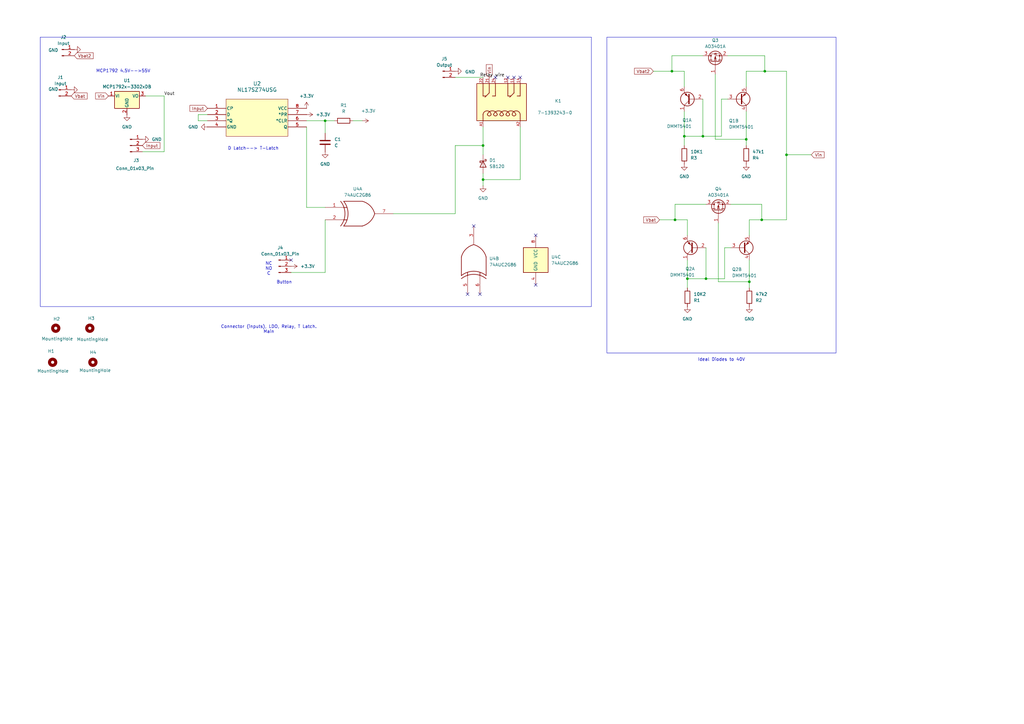
<source format=kicad_sch>
(kicad_sch (version 20250114) (generator "eeschema") (generator_version "9.0")
  (paper "A3")
  (lib_symbols
    (symbol "2025-10-11_21-54-39:NL17SZ74USG" (pin_names (offset 0.254))
      (property "Reference" "U2" (at 20.32 10.16 0))
      (property "Value" "NL17SZ74USG" (at 20.32 7.62 0))
      (symbol "NL17SZ74USG_0_1"
        (pin unspecified line (at 0 0 0) (length 7.62) (name "CP") (number "1"))
        (pin unspecified line (at 0 -2.54 0) (length 7.62) (name "D") (number "2"))
        (pin unspecified line (at 0 -5.08 0) (length 7.62) (name "*Q") (number "3"))
        (pin power_in line (at 0 -7.62 0) (length 7.62) (name "GND") (number "4"))
        (pin power_in line (at 40.64 0 180) (length 7.62) (name "VCC") (number "8"))
        (pin unspecified line (at 40.64 -2.54 180) (length 7.62) (name "*PR") (number "7"))
        (pin unspecified line (at 40.64 -5.08 180) (length 7.62) (name "*CLR") (number "6"))
        (pin unspecified line (at 40.64 -7.62 180) (length 7.62) (name "Q") (number "5"))
      )
      (symbol "NL17SZ74USG_1_1"
        (rectangle (start 7.62 3.81) (end 33.02 -11.43) (fill (type background)))
      )
    )
    (symbol "74xGxx:74AUC2G86"
      (property "Reference" "U" (at -2.54 3.81 0))
      (property "Value" "74AUC2G86" (at 0 -3.81 0))
      (symbol "74AUC2G86_1_1"
        (arc (start -8.89 5.08) (mid -7.108 0) (end -8.89 -5.08) (stroke (width 0.254)))
        (arc (start -7.62 5.08) (mid -5.838 0) (end -7.62 -5.08) (stroke (width 0.254)))
        (polyline (pts (xy -7.62 2.54) (xy -6.35 2.54)) (stroke (width 0.254)) (fill (type background)))
        (polyline (pts (xy -7.62 -2.54) (xy -6.35 -2.54)) (stroke (width 0.254)) (fill (type background)))
        (arc (start 5.08 0) (mid 3.202 -3.202) (end 0 -5.08) (stroke (width 0.254)))
        (arc (start 0 5.08) (mid 3.2271 3.2271) (end 5.08 0) (stroke (width 0.254)))
        (polyline (pts (xy 0 5.08) (xy -7.62 5.08)) (stroke (width 0.254)) (fill (type background)))
        (polyline (pts (xy 0 -5.08) (xy -7.62 -5.08)) (stroke (width 0.254)) (fill (type background)))
        (pin input line (at -15.24 2.54 0) (length 7.62) (name "~") (number "1"))
        (pin input line (at -15.24 -2.54 0) (length 7.62) (name "~") (number "2"))
        (pin output line (at 12.7 0 180) (length 7.62) (name "~") (number "7"))
      )
      (symbol "74AUC2G86_2_1"
        (arc (start -8.89 5.08) (mid -7.108 0) (end -8.89 -5.08) (stroke (width 0.254)))
        (arc (start -7.62 5.08) (mid -5.838 0) (end -7.62 -5.08) (stroke (width 0.254)))
        (polyline (pts (xy -7.62 2.54) (xy -6.35 2.54)) (stroke (width 0.254)) (fill (type background)))
        (polyline (pts (xy -7.62 -2.54) (xy -6.35 -2.54)) (stroke (width 0.254)) (fill (type background)))
        (arc (start 5.08 0) (mid 3.202 -3.202) (end 0 -5.08) (stroke (width 0.254)))
        (arc (start 0 5.08) (mid 3.2271 3.2271) (end 5.08 0) (stroke (width 0.254)))
        (polyline (pts (xy 0 5.08) (xy -7.62 5.08)) (stroke (width 0.254)) (fill (type background)))
        (polyline (pts (xy 0 -5.08) (xy -7.62 -5.08)) (stroke (width 0.254)) (fill (type background)))
        (pin input line (at -15.24 2.54 0) (length 7.62) (name "~") (number "5"))
        (pin input line (at -15.24 -2.54 0) (length 7.62) (name "~") (number "6"))
        (pin output line (at 12.7 0 180) (length 7.62) (name "~") (number "3"))
      )
      (symbol "74AUC2G86_3_0"
        (rectangle (start -5.08 -5.08) (end 5.08 5.08) (stroke (width 0.254)) (fill (type background)))
      )
      (symbol "74AUC2G86_3_1"
        (pin power_in line (at 0 10.16 270) (length 5.08) (name "VCC") (number "8"))
        (pin power_in line (at 0 -10.16 90) (length 5.08) (name "GND") (number "4"))
      )
    )
    (symbol "Connector:Conn_01x02_Pin" (pin_names (offset 1.016) (hide yes))
      (property "Reference" "J" (at 0 2.54 0))
      (property "Value" "Conn_01x02_Pin" (at 0 -5.08 0))
      (symbol "Conn_01x02_Pin_1_1"
        (rectangle (start 0.8636 0.127) (end 0 -0.127) (stroke (width 0.1524)) (fill (type outline)))
        (rectangle (start 0.8636 -2.413) (end 0 -2.667) (stroke (width 0.1524)) (fill (type outline)))
        (polyline (pts (xy 1.27 0) (xy 0.8636 0)) (stroke (width 0.1524)))
        (polyline (pts (xy 1.27 -2.54) (xy 0.8636 -2.54)) (stroke (width 0.1524)))
        (pin passive line (at 5.08 0 180) (length 3.81) (name "Pin_1") (number "1"))
        (pin passive line (at 5.08 -2.54 180) (length 3.81) (name "Pin_2") (number "2"))
      )
    )
    (symbol "Connector:Conn_01x03_Pin" (pin_names (offset 1.016) (hide yes))
      (property "Reference" "J" (at 0 5.08 0))
      (property "Value" "Conn_01x03_Pin" (at 0 -5.08 0))
      (symbol "Conn_01x03_Pin_1_1"
        (rectangle (start 0.8636 2.667) (end 0 2.413) (stroke (width 0.1524)) (fill (type outline)))
        (rectangle (start 0.8636 0.127) (end 0 -0.127) (stroke (width 0.1524)) (fill (type outline)))
        (rectangle (start 0.8636 -2.413) (end 0 -2.667) (stroke (width 0.1524)) (fill (type outline)))
        (polyline (pts (xy 1.27 2.54) (xy 0.8636 2.54)) (stroke (width 0.1524)))
        (polyline (pts (xy 1.27 0) (xy 0.8636 0)) (stroke (width 0.1524)))
        (polyline (pts (xy 1.27 -2.54) (xy 0.8636 -2.54)) (stroke (width 0.1524)))
        (pin passive line (at 5.08 2.54 180) (length 3.81) (name "Pin_1") (number "1"))
        (pin passive line (at 5.08 0 180) (length 3.81) (name "Pin_2") (number "2"))
        (pin passive line (at 5.08 -2.54 180) (length 3.81) (name "Pin_3") (number "3"))
      )
    )
    (symbol "Device:C" (pin_numbers (hide yes)) (pin_names (offset 0.254))
      (property "Reference" "C" (at 0.635 2.54 0))
      (property "Value" "C" (at 0.635 -2.54 0))
      (symbol "C_0_1"
        (polyline (pts (xy -2.032 0.762) (xy 2.032 0.762)) (stroke (width 0.508)))
        (polyline (pts (xy -2.032 -0.762) (xy 2.032 -0.762)) (stroke (width 0.508)))
      )
      (symbol "C_1_1"
        (pin passive line (at 0 3.81 270) (length 2.794) (name "~") (number "1"))
        (pin passive line (at 0 -3.81 90) (length 2.794) (name "~") (number "2"))
      )
    )
    (symbol "Device:R" (pin_numbers (hide yes)) (pin_names (offset 0))
      (property "Reference" "R" (at 2.032 0 90))
      (property "Value" "R" (at 0 0 90))
      (symbol "R_0_1"
        (rectangle (start -1.016 -2.54) (end 1.016 2.54) (stroke (width 0.254)))
      )
      (symbol "R_1_1"
        (pin passive line (at 0 3.81 270) (length 1.27) (name "~") (number "1"))
        (pin passive line (at 0 -3.81 90) (length 1.27) (name "~") (number "2"))
      )
    )
    (symbol "Diode:SB120" (pin_numbers (hide yes)) (pin_names (offset 1.016) (hide yes))
      (property "Reference" "D" (at 0 2.54 0))
      (property "Value" "SB120" (at 0 -2.54 0))
      (symbol "SB120_0_1"
        (polyline (pts (xy -1.905 0.635) (xy -1.905 1.27) (xy -1.27 1.27) (xy -1.27 -1.27) (xy -0.635 -1.27) (xy -0.635 -0.635)) (stroke (width 0.254)))
        (polyline (pts (xy 1.27 1.27) (xy 1.27 -1.27) (xy -1.27 0) (xy 1.27 1.27)) (stroke (width 0.254)))
        (polyline (pts (xy 1.27 0) (xy -1.27 0)))
      )
      (symbol "SB120_1_1"
        (pin passive line (at -3.81 0 0) (length 2.54) (name "K") (number "1"))
        (pin passive line (at 3.81 0 180) (length 2.54) (name "A") (number "2"))
      )
    )
    (symbol "Mechanical:MountingHole" (pin_names (offset 1.016)) (exclude_from_sim yes) (in_bom no)
      (property "Reference" "H" (at 0 5.08 0))
      (property "Value" "MountingHole" (at 0 3.175 0))
      (symbol "MountingHole_0_1"
        (circle (center 0 0) (radius 1.27) (stroke (width 1.27)))
      )
    )
    (symbol "RT424048:7-1393243-0" (pin_names (offset 1.016))
      (property "Reference" "K" (at -7.6267 10.6774 0))
      (property "Value" "7-1393243-0" (at -7.6215 -12.7025 0))
      (symbol "7-1393243-0_0_0"
        (polyline (pts (xy -7.62 7.62) (xy -5.08 7.62)) (stroke (width 0.254)))
        (polyline (pts (xy -7.62 -7.62) (xy -5.08 -7.62)) (stroke (width 0.254)))
        (rectangle (start -7.62 -10.16) (end 7.62 10.16) (stroke (width 0.254)) (fill (type background)))
        (arc (start -5.08 3.302) (mid -3.556 1.27) (end -5.08 -0.762) (stroke (width 0.254)))
        (arc (start -5.08 -1.778) (mid -3.556 -3.81) (end -5.08 -5.842) (stroke (width 0.254)))
        (arc (start -5.08 5.842) (mid -3.5407 3.81) (end -5.08 1.778) (stroke (width 0.254)))
        (arc (start -5.08 0.762) (mid -3.5407 -1.27) (end -5.08 -3.302) (stroke (width 0.254)))
        (arc (start -5.08 7.62) (mid -3.5511 5.969) (end -5.08 4.318) (stroke (width 0.254)))
        (arc (start -5.08 -4.318) (mid -3.5511 -5.969) (end -5.08 -7.62) (stroke (width 0.254)))
        (arc (start -5.08 4.318) (mid -5.6515 5.08) (end -5.08 5.842) (stroke (width 0.254)))
        (arc (start -5.08 1.778) (mid -5.6515 2.54) (end -5.08 3.302) (stroke (width 0.254)))
        (arc (start -5.08 -0.762) (mid -5.6515 0) (end -5.08 0.762) (stroke (width 0.254)))
        (arc (start -5.08 -3.302) (mid -5.6515 -2.54) (end -5.08 -1.778) (stroke (width 0.254)))
        (arc (start -5.08 -5.842) (mid -5.6515 -5.08) (end -5.08 -4.318) (stroke (width 0.254)))
        (polyline (pts (xy 2.54 7.62) (xy 2.54 6.35)) (stroke (width 0.254)))
        (polyline (pts (xy 2.54 2.54) (xy 2.54 3.81)) (stroke (width 0.254)))
        (polyline (pts (xy 2.54 -2.54) (xy 2.54 -3.81)) (stroke (width 0.254)))
        (polyline (pts (xy 2.54 -7.62) (xy 2.54 -6.35)) (stroke (width 0.254)))
        (polyline (pts (xy 3.81 5.08) (xy 2.032 6.858)) (stroke (width 0.254)))
        (polyline (pts (xy 3.81 -5.08) (xy 2.032 -3.302)) (stroke (width 0.254)))
        (polyline (pts (xy 7.62 7.62) (xy 2.54 7.62)) (stroke (width 0.254)))
        (polyline (pts (xy 7.62 5.08) (xy 3.81 5.08)) (stroke (width 0.254)))
        (polyline (pts (xy 7.62 2.54) (xy 2.54 2.54)) (stroke (width 0.254)))
        (polyline (pts (xy 7.62 -2.54) (xy 2.54 -2.54)) (stroke (width 0.254)))
        (polyline (pts (xy 7.62 -5.08) (xy 3.81 -5.08)) (stroke (width 0.254)))
        (polyline (pts (xy 7.62 -7.62) (xy 2.54 -7.62)) (stroke (width 0.254)))
        (pin passive line (at -10.16 7.62 0) (length 2.54) (name "~") (number "A1"))
        (pin passive line (at -10.16 -7.62 0) (length 2.54) (name "~") (number "A2"))
        (pin passive line (at 10.16 7.62 180) (length 2.54) (name "~") (number "22"))
        (pin passive line (at 10.16 5.08 180) (length 2.54) (name "~") (number "21"))
        (pin passive line (at 10.16 2.54 180) (length 2.54) (name "~") (number "24"))
        (pin passive line (at 10.16 -2.54 180) (length 2.54) (name "~") (number "12"))
        (pin passive line (at 10.16 -5.08 180) (length 2.54) (name "~") (number "11"))
        (pin passive line (at 10.16 -7.62 180) (length 2.54) (name "~") (number "14"))
      )
    )
    (symbol "Regulator_Linear:MCP1792x-3302xDB" (pin_names (offset 0.254))
      (property "Reference" "U" (at -3.81 3.175 0))
      (property "Value" "MCP1792x-3302xDB" (at 0 3.175 0))
      (symbol "MCP1792x-3302xDB_0_1"
        (rectangle (start -5.08 -5.08) (end 5.08 1.905) (stroke (width 0.254)) (fill (type background)))
      )
      (symbol "MCP1792x-3302xDB_1_1"
        (pin power_in line (at -7.62 0 0) (length 2.54) (name "VI") (number "1"))
        (pin power_in line (at 0 -7.62 90) (length 2.54) (name "GND") (number "2"))
        (pin power_out line (at 7.62 0 180) (length 2.54) (name "VO") (number "3"))
      )
    )
    (symbol "Transistor_BJT:DMMT5401" (pin_names (offset 0) (hide yes))
      (property "Reference" "Q" (at 5.08 1.27 0))
      (property "Value" "DMMT5401" (at 5.08 -1.27 0))
      (symbol "DMMT5401_0_1"
        (polyline (pts (xy 0.635 1.905) (xy 0.635 -1.905)) (stroke (width 0.508)))
        (polyline (pts (xy 0.635 0.635) (xy 2.54 2.54)))
        (polyline (pts (xy 0.635 0) (xy -2.54 0)))
        (polyline (pts (xy 0.635 -0.635) (xy 2.54 -2.54)))
        (circle (center 1.27 0) (radius 2.8194) (stroke (width 0.254)))
        (polyline (pts (xy 2.286 -1.778) (xy 1.778 -2.286) (xy 1.27 -1.27) (xy 2.286 -1.778)) (fill (type outline)))
      )
      (symbol "DMMT5401_1_1"
        (pin input line (at -5.08 0 0) (length 2.54) (name "B1") (number "2"))
        (pin passive line (at 2.54 5.08 270) (length 2.54) (name "C1") (number "1"))
        (pin passive line (at 2.54 -5.08 90) (length 2.54) (name "E1") (number "6"))
      )
      (symbol "DMMT5401_2_1"
        (pin input line (at -5.08 0 0) (length 2.54) (name "B2") (number "3"))
        (pin passive line (at 2.54 5.08 270) (length 2.54) (name "C2") (number "4"))
        (pin passive line (at 2.54 -5.08 90) (length 2.54) (name "E2") (number "5"))
      )
    )
    (symbol "Transistor_FET:AO3401A" (pin_names (hide yes))
      (property "Reference" "Q" (at 5.08 1.905 0))
      (property "Value" "AO3401A" (at 5.08 0 0))
      (symbol "AO3401A_0_1"
        (polyline (pts (xy 0.254 1.905) (xy 0.254 -1.905)) (stroke (width 0.254)))
        (polyline (pts (xy 0.254 0) (xy -2.54 0)))
        (polyline (pts (xy 0.762 2.286) (xy 0.762 1.27)) (stroke (width 0.254)))
        (polyline (pts (xy 0.762 1.778) (xy 3.302 1.778) (xy 3.302 -1.778) (xy 0.762 -1.778)))
        (polyline (pts (xy 0.762 0.508) (xy 0.762 -0.508)) (stroke (width 0.254)))
        (polyline (pts (xy 0.762 -1.27) (xy 0.762 -2.286)) (stroke (width 0.254)))
        (circle (center 1.651 0) (radius 2.794) (stroke (width 0.254)))
        (polyline (pts (xy 2.286 0) (xy 1.27 0.381) (xy 1.27 -0.381) (xy 2.286 0)) (fill (type outline)))
        (polyline (pts (xy 2.54 2.54) (xy 2.54 1.778)))
        (circle (center 2.54 1.778) (radius 0.254) (fill (type outline)))
        (circle (center 2.54 -1.778) (radius 0.254) (fill (type outline)))
        (polyline (pts (xy 2.54 -2.54) (xy 2.54 0) (xy 0.762 0)))
        (polyline (pts (xy 2.794 -0.508) (xy 2.921 -0.381) (xy 3.683 -0.381) (xy 3.81 -0.254)))
        (polyline (pts (xy 3.302 -0.381) (xy 2.921 0.254) (xy 3.683 0.254) (xy 3.302 -0.381)))
      )
      (symbol "AO3401A_1_1"
        (pin input line (at -5.08 0 0) (length 2.54) (name "G") (number "1"))
        (pin passive line (at 2.54 5.08 270) (length 2.54) (name "D") (number "3"))
        (pin passive line (at 2.54 -5.08 90) (length 2.54) (name "S") (number "2"))
      )
    )
    (symbol "power:+3.3V" (power) (pin_numbers (hide yes)) (pin_names (offset 0) (hide yes))
      (property "Value" "+3.3V" (at 0 3.556 0))
      (symbol "+3.3V_0_1"
        (polyline (pts (xy -0.762 1.27) (xy 0 2.54)))
        (polyline (pts (xy 0 2.54) (xy 0.762 1.27)))
        (polyline (pts (xy 0 0) (xy 0 2.54)))
      )
      (symbol "+3.3V_1_1"
        (pin power_in line (at 0 0 90) (length 0) (name "~") (number "1"))
      )
    )
    (symbol "power:GND" (power) (pin_numbers (hide yes)) (pin_names (offset 0) (hide yes))
      (property "Value" "GND" (at 0 -3.81 0))
      (symbol "GND_0_1"
        (polyline (pts (xy 0 0) (xy 0 -1.27) (xy 1.27 -1.27) (xy 0 -2.54) (xy -1.27 -1.27) (xy 0 -1.27)))
      )
      (symbol "GND_1_1"
        (pin power_in line (at 0 0 270) (length 0) (name "~") (number "1"))
      )
    )
  )
  (rectangle (start 16.51 15.24) (end 242.57 125.73))
  (rectangle (start 248.92 15.24) (end 342.9 144.78))
  (text "\nD Latch--> T-Latch" (at 103.886 59.944 0) (effects (font (size 1.27 1.27))))
  (text "Button" (at 116.586 115.824 0) (effects (font (size 1.27 1.27))))
  (text "Ideal Diodes to 40V\n" (at 295.91 147.574 0) (effects (font (size 1.27 1.27))))
  (text "NC\nNO\nC" (at 110.236 110.236 0) (effects (font (size 1.27 1.27))))
  (text "Connector (inputs), LDO, Relay, T Latch. \nMain \n" (at 110.744 135.128 0) (effects (font (size 1.27 1.27))))
  (text "MCP1792 4.5V-->55V" (at 50.546 29.21 0) (effects (font (size 1.27 1.27))))
  (junction (at 198.12 59.69))
  (junction (at 312.42 90.17))
  (junction (at 289.56 114.3))
  (junction (at 281.94 114.3))
  (junction (at 307.34 115.57))
  (junction (at 288.29 55.88))
  (junction (at 133.35 49.53))
  (junction (at 275.59 29.21))
  (junction (at 280.67 55.88))
  (junction (at 276.86 90.17))
  (junction (at 322.58 63.5))
  (junction (at 306.07 57.15))
  (junction (at 313.69 29.21))
  (junction (at 198.12 73.66))
  (no_connect (at 219.71 116.84))
  (no_connect (at 194.31 92.71))
  (no_connect (at 213.36 31.75))
  (no_connect (at 203.2 31.75))
  (no_connect (at 196.85 120.65))
  (no_connect (at 191.77 120.65))
  (no_connect (at 208.28 31.75))
  (no_connect (at 119.38 106.68))
  (no_connect (at 210.82 31.75))
  (no_connect (at 219.71 96.52))
  (wire (pts (xy 298.45 40.64) (xy 295.91 40.64)))
  (wire (pts (xy 306.07 45.72) (xy 306.07 57.15)))
  (wire (pts (xy 293.37 30.48) (xy 293.37 57.15)))
  (wire (pts (xy 288.29 40.64) (xy 288.29 55.88)))
  (wire (pts (xy 281.94 106.68) (xy 281.94 114.3)))
  (wire (pts (xy 213.36 52.07) (xy 213.36 73.66)))
  (wire (pts (xy 119.38 111.76) (xy 133.35 111.76)))
  (wire (pts (xy 125.73 85.09) (xy 133.35 85.09)))
  (wire (pts (xy 322.58 63.5) (xy 332.74 63.5)))
  (wire (pts (xy 312.42 90.17) (xy 322.58 90.17)))
  (wire (pts (xy 133.35 111.76) (xy 133.35 90.17)))
  (wire (pts (xy 81.28 46.99) (xy 85.09 46.99)))
  (wire (pts (xy 125.73 52.07) (xy 125.73 85.09)))
  (wire (pts (xy 298.45 22.86) (xy 313.69 22.86)))
  (wire (pts (xy 297.18 101.6) (xy 297.18 114.3)))
  (wire (pts (xy 275.59 29.21) (xy 275.59 22.86)))
  (wire (pts (xy 322.58 29.21) (xy 322.58 63.5)))
  (wire (pts (xy 213.36 73.66) (xy 198.12 73.66)))
  (wire (pts (xy 280.67 29.21) (xy 280.67 35.56)))
  (wire (pts (xy 81.28 49.53) (xy 81.28 46.99)))
  (wire (pts (xy 312.42 83.82) (xy 312.42 90.17)))
  (wire (pts (xy 306.07 35.56) (xy 306.07 29.21)))
  (wire (pts (xy 186.69 87.63) (xy 186.69 59.69)))
  (wire (pts (xy 295.91 55.88) (xy 288.29 55.88)))
  (wire (pts (xy 161.29 87.63) (xy 186.69 87.63)))
  (wire (pts (xy 281.94 90.17) (xy 281.94 96.52)))
  (wire (pts (xy 133.35 49.53) (xy 133.35 54.61)))
  (wire (pts (xy 306.07 29.21) (xy 313.69 29.21)))
  (wire (pts (xy 295.91 40.64) (xy 295.91 55.88)))
  (wire (pts (xy 144.78 49.53) (xy 148.59 49.53)))
  (wire (pts (xy 267.97 29.21) (xy 275.59 29.21)))
  (wire (pts (xy 133.35 49.53) (xy 137.16 49.53)))
  (wire (pts (xy 307.34 90.17) (xy 312.42 90.17)))
  (wire (pts (xy 294.64 91.44) (xy 294.64 115.57)))
  (wire (pts (xy 313.69 22.86) (xy 313.69 29.21)))
  (wire (pts (xy 289.56 114.3) (xy 281.94 114.3)))
  (wire (pts (xy 85.09 49.53) (xy 81.28 49.53)))
  (wire (pts (xy 276.86 83.82) (xy 289.56 83.82)))
  (wire (pts (xy 275.59 29.21) (xy 280.67 29.21)))
  (wire (pts (xy 67.31 62.23) (xy 58.42 62.23)))
  (wire (pts (xy 270.51 90.17) (xy 276.86 90.17)))
  (wire (pts (xy 186.69 59.69) (xy 198.12 59.69)))
  (wire (pts (xy 299.72 101.6) (xy 297.18 101.6)))
  (wire (pts (xy 313.69 29.21) (xy 322.58 29.21)))
  (wire (pts (xy 198.12 59.69) (xy 198.12 63.5)))
  (wire (pts (xy 281.94 114.3) (xy 281.94 118.11)))
  (wire (pts (xy 307.34 96.52) (xy 307.34 90.17)))
  (wire (pts (xy 276.86 90.17) (xy 276.86 83.82)))
  (wire (pts (xy 198.12 52.07) (xy 198.12 59.69)))
  (wire (pts (xy 297.18 114.3) (xy 289.56 114.3)))
  (wire (pts (xy 288.29 55.88) (xy 280.67 55.88)))
  (wire (pts (xy 306.07 57.15) (xy 306.07 59.69)))
  (wire (pts (xy 293.37 57.15) (xy 306.07 57.15)))
  (wire (pts (xy 307.34 115.57) (xy 307.34 118.11)))
  (wire (pts (xy 299.72 83.82) (xy 312.42 83.82)))
  (wire (pts (xy 275.59 22.86) (xy 288.29 22.86)))
  (wire (pts (xy 322.58 63.5) (xy 322.58 90.17)))
  (wire (pts (xy 307.34 106.68) (xy 307.34 115.57)))
  (wire (pts (xy 59.69 39.37) (xy 67.31 39.37)))
  (wire (pts (xy 198.12 73.66) (xy 198.12 71.12)))
  (wire (pts (xy 125.73 49.53) (xy 133.35 49.53)))
  (wire (pts (xy 67.31 39.37) (xy 67.31 62.23)))
  (wire (pts (xy 276.86 90.17) (xy 281.94 90.17)))
  (wire (pts (xy 294.64 115.57) (xy 307.34 115.57)))
  (wire (pts (xy 289.56 101.6) (xy 289.56 114.3)))
  (wire (pts (xy 280.67 45.72) (xy 280.67 55.88)))
  (wire (pts (xy 198.12 76.2) (xy 198.12 73.66)))
  (wire (pts (xy 186.69 31.75) (xy 198.12 31.75)))
  (wire (pts (xy 280.67 55.88) (xy 280.67 59.69)))
  (label "Vout" (at 67.31 39.37 0))
  (label "Relay wire" (at 196.85 31.75 0))
  (global_label "Vbat2" (shape input) (at 30.48 22.86 0) (property "Intersheetrefs" "${INTERSHEET_REFS}" (effects (hide yes))))
  (global_label "Vbat2" (shape input) (at 267.97 29.21 180) (property "Intersheetrefs" "${INTERSHEET_REFS}" (effects (hide yes))))
  (global_label "Vbat" (shape input) (at 29.21 39.37 0) (property "Intersheetrefs" "${INTERSHEET_REFS}" (effects (hide yes))))
  (global_label "Input" (shape input) (at 58.42 59.69 0) (property "Intersheetrefs" "${INTERSHEET_REFS}" (effects (hide yes))))
  (global_label "Vin" (shape input) (at 332.74 63.5 0) (property "Intersheetrefs" "${INTERSHEET_REFS}" (effects (hide yes))))
  (global_label "Vin" (shape input) (at 44.45 39.37 180) (property "Intersheetrefs" "${INTERSHEET_REFS}" (effects (hide yes))))
  (global_label "Vin" (shape input) (at 200.66 31.75 90) (property "Intersheetrefs" "${INTERSHEET_REFS}" (effects (hide yes))))
  (global_label "Vbat" (shape input) (at 270.51 90.17 180) (property "Intersheetrefs" "${INTERSHEET_REFS}" (effects (hide yes))))
  (global_label "Input" (shape input) (at 85.09 44.45 180) (property "Intersheetrefs" "${INTERSHEET_REFS}" (effects (hide yes))))
  (symbol (lib_id "RT424048:7-1393243-0") (at 205.74 41.91 90) (unit 1)
    (property "Reference" "K1" (at 227.584 41.402 90) (effects (justify right)))
    (property "Value" "7-1393243-0" (at 220.472 46.228 90) (effects (justify right)))
    (property "Footprint" "RT424048:TE_7-1393243-0" (effects (hide yes)))
    (property "PARTREV" "10-14" (effects (hide yes)))
    (property "STANDARD" "Manufacturer Recommendation" (effects (hide yes)))
    (property "MANUFACTURER" "TE Connectivity Potter & Brumfield Relays" (effects (hide yes)))
    (property "SERIES" "RT2" (effects (hide yes)))
  )
  (symbol (lib_id "power:GND") (at 133.35 62.23 0) (unit 1)
    (property "Reference" "#PWR09" (effects (hide yes)))
    (property "Value" "GND" (at 133.35 67.31 0))
    (property "Description" "Power symbol creates a global label with name \"GND\" , ground" (effects (hide yes)))
  )
  (symbol (lib_id "Mechanical:MountingHole") (at 22.86 134.62 0) (unit 1) (exclude_from_sim yes) (in_bom no)
    (property "Reference" "H2" (at 21.844 130.81 0) (effects (justify left)))
    (property "Value" "MountingHole" (at 17.018 138.938 0) (effects (justify left)))
    (property "Footprint" "MountingHole:MountingHole_2.2mm_M2" (effects (hide yes)))
    (property "Description" "Mounting Hole without connection" (effects (hide yes)))
  )
  (symbol (lib_id "Device:C") (at 133.35 58.42 0) (unit 1)
    (property "Reference" "C1" (at 137.16 57.1499 0) (effects (justify left)))
    (property "Value" "C" (at 137.16 59.6899 0) (effects (justify left)))
    (property "Footprint" "Capacitor_SMD:C_0201_0603Metric" (effects (hide yes)))
    (property "Description" "Unpolarized capacitor" (effects (hide yes)))
  )
  (symbol (lib_id "power:GND") (at 85.09 52.07 270) (unit 1)
    (property "Reference" "#PWR05" (effects (hide yes)))
    (property "Value" "GND" (at 81.28 52.0699 90) (effects (justify right)))
    (property "Description" "Power symbol creates a global label with name \"GND\" , ground" (effects (hide yes)))
  )
  (symbol (lib_id "Regulator_Linear:MCP1792x-3302xDB") (at 52.07 39.37 0) (unit 1)
    (property "Reference" "U1" (at 52.07 33.02 0))
    (property "Value" "MCP1792x-3302xDB" (at 52.07 35.56 0))
    (property "Footprint" "Package_TO_SOT_SMD:SOT-223-3_TabPin2" (effects (hide yes)))
    (property "Datasheet" "https://ww1.microchip.com/downloads/aemDocuments/documents/APID/ProductDocuments/DataSheets/MCP1792-Family-Data-Sheet-DS20006229D.pdf" (effects (hide yes)))
    (property "Description" "Low Quiescent Current LDO Regulator, 4.5-55V input, 3.3V, 100mA, SOT-223" (effects (hide yes)))
  )
  (symbol (lib_id "Device:R") (at 280.67 63.5 0) (unit 1)
    (property "Reference" "10K1" (at 283.21 62.2299 0) (effects (justify left)))
    (property "Value" "R3" (at 283.21 64.7699 0) (effects (justify left)))
    (property "Footprint" "Resistor_SMD:R_0201_0603Metric" (effects (hide yes)))
    (property "Description" "Resistor" (effects (hide yes)))
  )
  (symbol (lib_id "power:GND") (at 198.12 76.2 0) (unit 1)
    (property "Reference" "#PWR012" (effects (hide yes)))
    (property "Value" "GND" (at 198.12 81.28 0))
    (property "Description" "Power symbol creates a global label with name \"GND\" , ground" (effects (hide yes)))
  )
  (symbol (lib_id "power:GND") (at 30.48 20.32 90) (unit 1)
    (property "Reference" "#PWR02" (effects (hide yes)))
    (property "Value" "GND" (at 19.812 20.574 90) (effects (justify right)))
    (property "Description" "Power symbol creates a global label with name \"GND\" , ground" (effects (hide yes)))
  )
  (symbol (lib_id "74xGxx:74AUC2G86") (at 219.71 106.68 0) (unit 3)
    (property "Reference" "U4" (at 226.06 105.4099 0) (effects (justify left)))
    (property "Value" "74AUC2G86" (at 226.06 107.9499 0) (effects (justify left)))
    (property "Footprint" "Package_SO:VSSOP-8_3x3mm_P0.65mm" (effects (hide yes)))
    (property "Datasheet" "http://www.ti.com/lit/sg/scyt129e/scyt129e.pdf" (effects (hide yes)))
    (property "Description" "Dual XOR Gate, Low-Voltage CMOS" (effects (hide yes)))
  )
  (symbol (lib_id "Transistor_BJT:DMMT5401") (at 283.21 40.64 180) (unit 1)
    (property "Reference" "Q1" (at 283.718 49.276 0) (effects (justify left)))
    (property "Value" "DMMT5401" (at 283.718 51.816 0) (effects (justify left)))
    (property "Footprint" "Package_TO_SOT_SMD:SOT-23-6" (effects (hide yes)))
    (property "Datasheet" "https://www.diodes.com/assets/Datasheets/ds30437.pdf" (effects (hide yes)))
    (property "Description" "Dual PNP transistor, 6 pin package" (effects (hide yes)))
  )
  (symbol (lib_id "Transistor_FET:AO3401A") (at 293.37 25.4 90) (unit 1)
    (property "Reference" "Q3" (at 293.37 16.51 90))
    (property "Value" "AO3401A" (at 293.37 19.05 90))
    (property "Footprint" "Package_TO_SOT_SMD:SOT-23" (effects (hide yes)))
    (property "Datasheet" "http://www.aosmd.com/pdfs/datasheet/AO3401A.pdf" (effects (hide yes)))
    (property "Description" "-4.0A Id, -30V Vds, P-Channel MOSFET, SOT-23" (effects (hide yes)))
  )
  (symbol (lib_id "Mechanical:MountingHole") (at 38.1 148.59 0) (unit 1) (exclude_from_sim yes) (in_bom no)
    (property "Reference" "H4" (at 36.83 144.526 0) (effects (justify left)))
    (property "Value" "MountingHole" (at 32.512 151.892 0) (effects (justify left)))
    (property "Footprint" "MountingHole:MountingHole_2.2mm_M2" (effects (hide yes)))
    (property "Description" "Mounting Hole without connection" (effects (hide yes)))
  )
  (symbol (lib_id "Transistor_BJT:DMMT5401") (at 303.53 40.64 0) (mirror x) (unit 2)
    (property "Reference" "Q1" (at 298.958 49.53 0) (effects (justify left)))
    (property "Value" "DMMT5401" (at 298.958 52.07 0) (effects (justify left)))
    (property "Footprint" "Package_TO_SOT_SMD:SOT-23-6" (effects (hide yes)))
    (property "Datasheet" "https://www.diodes.com/assets/Datasheets/ds30437.pdf" (effects (hide yes)))
    (property "Description" "Dual PNP transistor, 6 pin package" (effects (hide yes)))
  )
  (symbol (lib_id "Connector:Conn_01x02_Pin") (at 181.61 29.21 0) (unit 1)
    (property "Reference" "J5" (at 182.245 24.13 0))
    (property "Value" "Output" (at 182.245 26.67 0))
    (property "Footprint" "Connector_AMASS:AMASS_XT60PW-F_1x02_P7.20mm_Horizontal" (effects (hide yes)))
    (property "Description" "Generic connector, single row, 01x02, script generated" (effects (hide yes)))
  )
  (symbol (lib_id "power:GND") (at 29.21 36.83 90) (unit 1)
    (property "Reference" "#PWR01" (effects (hide yes)))
    (property "Value" "GND" (at 19.812 36.576 90) (effects (justify right)))
    (property "Description" "Power symbol creates a global label with name \"GND\" , ground" (effects (hide yes)))
  )
  (symbol (lib_id "Connector:Conn_01x02_Pin") (at 25.4 20.32 0) (unit 1)
    (property "Reference" "J2" (at 26.035 15.24 0))
    (property "Value" "Input" (at 26.035 17.78 0))
    (property "Footprint" "Connector_AMASS:AMASS_XT60PW-F_1x02_P7.20mm_Horizontal" (effects (hide yes)))
    (property "Description" "Generic connector, single row, 01x02, script generated" (effects (hide yes)))
  )
  (symbol (lib_id "power:+3.3V") (at 125.73 46.99 270) (unit 1)
    (property "Reference" "#PWR08" (effects (hide yes)))
    (property "Value" "+3.3V" (at 129.54 46.9899 90) (effects (justify left)))
    (property "Description" "Power symbol creates a global label with name \"+3.3V\"" (effects (hide yes)))
  )
  (symbol (lib_id "74xGxx:74AUC2G86") (at 194.31 105.41 90) (unit 2)
    (property "Reference" "U4" (at 200.66 106.0449 90) (effects (justify right)))
    (property "Value" "74AUC2G86" (at 200.66 108.5849 90) (effects (justify right)))
    (property "Footprint" "Package_SO:VSSOP-8_3x3mm_P0.65mm" (effects (hide yes)))
    (property "Datasheet" "http://www.ti.com/lit/sg/scyt129e/scyt129e.pdf" (effects (hide yes)))
    (property "Description" "Dual XOR Gate, Low-Voltage CMOS" (effects (hide yes)))
  )
  (symbol (lib_id "Device:R") (at 140.97 49.53 270) (unit 1)
    (property "Reference" "R1" (at 140.97 43.18 90))
    (property "Value" "R" (at 140.97 45.72 90))
    (property "Footprint" "Resistor_SMD:R_0201_0603Metric" (effects (hide yes)))
    (property "Description" "Resistor" (effects (hide yes)))
  )
  (symbol (lib_id "power:+3.3V") (at 119.38 109.22 270) (unit 1)
    (property "Reference" "#PWR06" (effects (hide yes)))
    (property "Value" "+3.3V" (at 123.19 109.2199 90) (effects (justify left)))
    (property "Description" "Power symbol creates a global label with name \"+3.3V\"" (effects (hide yes)))
  )
  (symbol (lib_id "power:GND") (at 186.69 29.21 90) (unit 1)
    (property "Reference" "#PWR011" (effects (hide yes)))
    (property "Value" "GND" (at 190.754 29.464 90) (effects (justify right)))
    (property "Description" "Power symbol creates a global label with name \"GND\" , ground" (effects (hide yes)))
  )
  (symbol (lib_id "Transistor_BJT:DMMT5401") (at 284.48 101.6 180) (unit 1)
    (property "Reference" "Q2" (at 284.988 110.236 0) (effects (justify left)))
    (property "Value" "DMMT5401" (at 284.988 112.776 0) (effects (justify left)))
    (property "Footprint" "Package_TO_SOT_SMD:SOT-23-6" (effects (hide yes)))
    (property "Datasheet" "https://www.diodes.com/assets/Datasheets/ds30437.pdf" (effects (hide yes)))
    (property "Description" "Dual PNP transistor, 6 pin package" (effects (hide yes)))
  )
  (symbol (lib_id "74xGxx:74AUC2G86") (at 148.59 87.63 0) (unit 1)
    (property "Reference" "U4" (at 146.685 77.47 0))
    (property "Value" "74AUC2G86" (at 146.685 80.01 0))
    (property "Footprint" "Package_SO:VSSOP-8_3x3mm_P0.65mm" (effects (hide yes)))
    (property "Datasheet" "http://www.ti.com/lit/sg/scyt129e/scyt129e.pdf" (effects (hide yes)))
    (property "Description" "Dual XOR Gate, Low-Voltage CMOS" (effects (hide yes)))
  )
  (symbol (lib_id "power:GND") (at 280.67 67.31 0) (unit 1)
    (property "Reference" "#PWR013" (effects (hide yes)))
    (property "Value" "GND" (at 280.67 72.39 0))
    (property "Description" "Power symbol creates a global label with name \"GND\" , ground" (effects (hide yes)))
  )
  (symbol (lib_id "Device:R") (at 281.94 121.92 0) (unit 1)
    (property "Reference" "10K2" (at 284.48 120.6499 0) (effects (justify left)))
    (property "Value" "R1" (at 284.48 123.1899 0) (effects (justify left)))
    (property "Footprint" "Resistor_SMD:R_0201_0603Metric" (effects (hide yes)))
    (property "Description" "Resistor" (effects (hide yes)))
  )
  (symbol (lib_id "power:+3.3V") (at 148.59 49.53 270) (unit 1)
    (property "Reference" "#PWR010" (effects (hide yes)))
    (property "Value" "+3.3V" (at 148.082 45.466 90) (effects (justify left)))
    (property "Description" "Power symbol creates a global label with name \"+3.3V\"" (effects (hide yes)))
  )
  (symbol (lib_id "power:GND") (at 306.07 67.31 0) (unit 1)
    (property "Reference" "#PWR015" (effects (hide yes)))
    (property "Value" "GND" (at 306.07 72.39 0))
    (property "Description" "Power symbol creates a global label with name \"GND\" , ground" (effects (hide yes)))
  )
  (symbol (lib_id "2025-10-11_21-54-39:NL17SZ74USG") (at 85.09 44.45 0) (unit 1)
    (property "Reference" "U2" (at 105.41 34.29 0) (effects (font (size 1.524 1.524))))
    (property "Value" "NL17SZ74USG" (at 105.41 36.83 0) (effects (font (size 1.524 1.524))))
    (property "Footprint" "NL17SZ74USG:VFSOP8_2P1X2P4_ONS" (effects (hide yes)))
    (property "Datasheet" "NL17SZ74USG" (effects (hide yes)))
  )
  (symbol (lib_id "power:GND") (at 58.42 57.15 90) (unit 1)
    (property "Reference" "#PWR04" (effects (hide yes)))
    (property "Value" "GND" (at 62.23 57.1499 90) (effects (justify right)))
    (property "Description" "Power symbol creates a global label with name \"GND\" , ground" (effects (hide yes)))
  )
  (symbol (lib_id "Connector:Conn_01x03_Pin") (at 53.34 59.69 0) (unit 1)
    (property "Reference" "J3" (at 55.88 65.786 0))
    (property "Value" "Conn_01x03_Pin" (at 55.372 69.088 0))
    (property "Footprint" "Connector_PinHeader_2.54mm:PinHeader_1x03_P2.54mm_Vertical" (effects (hide yes)))
    (property "Description" "Generic connector, single row, 01x03, script generated" (effects (hide yes)))
  )
  (symbol (lib_id "Mechanical:MountingHole") (at 36.83 134.62 0) (unit 1) (exclude_from_sim yes) (in_bom no)
    (property "Reference" "H3" (at 36.068 130.556 0) (effects (justify left)))
    (property "Value" "MountingHole" (at 31.496 139.192 0) (effects (justify left)))
    (property "Footprint" "MountingHole:MountingHole_2.2mm_M2" (effects (hide yes)))
    (property "Description" "Mounting Hole without connection" (effects (hide yes)))
  )
  (symbol (lib_id "Device:R") (at 307.34 121.92 0) (unit 1)
    (property "Reference" "47k2" (at 309.88 120.6499 0) (effects (justify left)))
    (property "Value" "R2" (at 309.88 123.1899 0) (effects (justify left)))
    (property "Footprint" "Resistor_SMD:R_0201_0603Metric" (effects (hide yes)))
    (property "Description" "Resistor" (effects (hide yes)))
  )
  (symbol (lib_id "Diode:SB120") (at 198.12 67.31 270) (unit 1)
    (property "Reference" "D1" (at 200.66 65.7224 90) (effects (justify left)))
    (property "Value" "SB120" (at 200.66 68.2624 90) (effects (justify left)))
    (property "Footprint" "Diode_SMD:D_SMA" (effects (hide yes)))
    (property "Datasheet" "http://www.diodes.com/_files/datasheets/ds23022.pdf" (effects (hide yes)))
    (property "Description" "20V 1A Schottky Barrier Rectifier Diode, DO-41" (effects (hide yes)))
  )
  (symbol (lib_id "power:GND") (at 52.07 46.99 0) (unit 1)
    (property "Reference" "#PWR03" (effects (hide yes)))
    (property "Value" "GND" (at 52.07 52.07 0))
    (property "Description" "Power symbol creates a global label with name \"GND\" , ground" (effects (hide yes)))
  )
  (symbol (lib_id "power:+3.3V") (at 125.73 44.45 0) (unit 1)
    (property "Reference" "#PWR07" (effects (hide yes)))
    (property "Value" "+3.3V" (at 125.73 39.37 0))
    (property "Description" "Power symbol creates a global label with name \"+3.3V\"" (effects (hide yes)))
  )
  (symbol (lib_id "Transistor_BJT:DMMT5401") (at 304.8 101.6 0) (mirror x) (unit 2)
    (property "Reference" "Q2" (at 300.228 110.49 0) (effects (justify left)))
    (property "Value" "DMMT5401" (at 300.228 113.03 0) (effects (justify left)))
    (property "Footprint" "Package_TO_SOT_SMD:SOT-23-6" (effects (hide yes)))
    (property "Datasheet" "https://www.diodes.com/assets/Datasheets/ds30437.pdf" (effects (hide yes)))
    (property "Description" "Dual PNP transistor, 6 pin package" (effects (hide yes)))
  )
  (symbol (lib_id "Device:R") (at 306.07 63.5 0) (unit 1)
    (property "Reference" "47k1" (at 308.61 62.2299 0) (effects (justify left)))
    (property "Value" "R4" (at 308.61 64.7699 0) (effects (justify left)))
    (property "Footprint" "Resistor_SMD:R_0201_0603Metric" (effects (hide yes)))
    (property "Description" "Resistor" (effects (hide yes)))
  )
  (symbol (lib_id "Transistor_FET:AO3401A") (at 294.64 86.36 90) (unit 1)
    (property "Reference" "Q4" (at 294.64 77.47 90))
    (property "Value" "AO3401A" (at 294.64 80.01 90))
    (property "Footprint" "Package_TO_SOT_SMD:SOT-23" (effects (hide yes)))
    (property "Datasheet" "http://www.aosmd.com/pdfs/datasheet/AO3401A.pdf" (effects (hide yes)))
    (property "Description" "-4.0A Id, -30V Vds, P-Channel MOSFET, SOT-23" (effects (hide yes)))
  )
  (symbol (lib_id "Mechanical:MountingHole") (at 21.59 148.59 0) (unit 1) (exclude_from_sim yes) (in_bom no)
    (property "Reference" "H1" (at 19.558 144.018 0) (effects (justify left)))
    (property "Value" "MountingHole" (at 15.24 152.146 0) (effects (justify left)))
    (property "Footprint" "MountingHole:MountingHole_2.2mm_M2" (effects (hide yes)))
    (property "Description" "Mounting Hole without connection" (effects (hide yes)))
  )
  (symbol (lib_id "power:GND") (at 281.94 125.73 0) (unit 1)
    (property "Reference" "#PWR014" (effects (hide yes)))
    (property "Value" "GND" (at 281.94 130.81 0))
    (property "Description" "Power symbol creates a global label with name \"GND\" , ground" (effects (hide yes)))
  )
  (symbol (lib_id "Connector:Conn_01x03_Pin") (at 114.3 109.22 0) (unit 1)
    (property "Reference" "J4" (at 114.935 101.6 0))
    (property "Value" "Conn_01x03_Pin" (at 114.935 104.14 0))
    (property "Footprint" "TerminalBlock_Phoenix:TerminalBlock_Phoenix_MPT-0,5-3-2.54_1x03_P2.54mm_Horizontal" (effects (hide yes)))
    (property "Description" "Generic connector, single row, 01x03, script generated" (effects (hide yes)))
  )
  (symbol (lib_id "Connector:Conn_01x02_Pin") (at 24.13 36.83 0) (unit 1)
    (property "Reference" "J1" (at 24.765 31.75 0))
    (property "Value" "Input" (at 24.765 34.29 0))
    (property "Footprint" "Connector_AMASS:AMASS_XT60PW-F_1x02_P7.20mm_Horizontal" (effects (hide yes)))
    (property "Description" "Generic connector, single row, 01x02, script generated" (effects (hide yes)))
  )
  (symbol (lib_id "power:GND") (at 307.34 125.73 0) (unit 1)
    (property "Reference" "#PWR016" (effects (hide yes)))
    (property "Value" "GND" (at 307.34 130.81 0))
    (property "Description" "Power symbol creates a global label with name \"GND\" , ground" (effects (hide yes)))
  )
)
</source>
